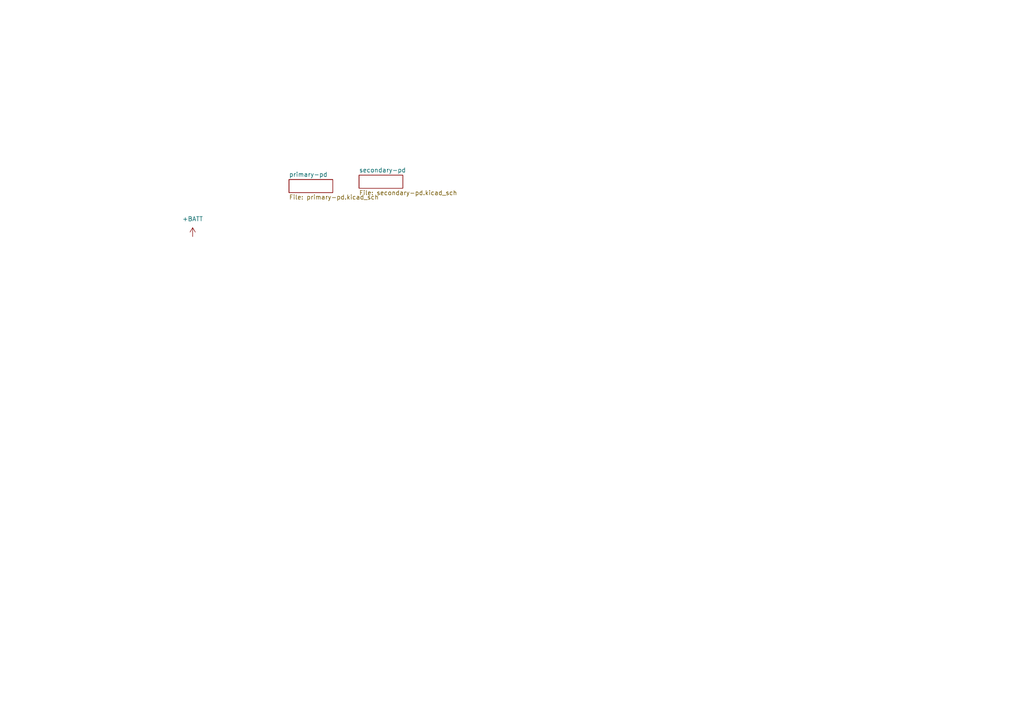
<source format=kicad_sch>
(kicad_sch (version 20231120) (generator "eeschema") (generator_version "8.0")
  (paper "A4")
  (title_block (title "Power Distribution") (date "2024-05-12") (rev "A") (company "Rover to Mars (R2M)") (comment 1 "Leandro Ebner") (comment 3 "Ravensburg-Weingarten University"))
  (lib_symbols
    (symbol "power:+BATT" (power) (pin_numbers hide) (pin_names (offset 0) hide)
      (property "Value" "+BATT" (at 0 3.556 0))
      (symbol "+BATT_0_1"
        (polyline (pts (xy -0.762 1.27) (xy 0 2.54)))
        (polyline (pts (xy 0 0) (xy 0 2.54)))
        (polyline (pts (xy 0 2.54) (xy 0.762 1.27)))
      )
      (symbol "+BATT_1_1"
        (pin power_in line (at 0 0 90) (length 0) (name "~") (number "1"))
      )
    )
  )
  (symbol (lib_id "power:+BATT") (at 55.88 68.58 0) (unit 1)
    (property "Reference" "#PWR01" (effects (hide yes)))
    (property "Value" "+BATT" (at 55.88 63.5 0))
    (property "Description" "Power symbol creates a global label with name \"+BATT\"" (effects (hide yes)))
  )
  (sheet (at 83.82 52.07) (size 12.7 3.81) (stroke (width 0.1524))
    (property "Sheetname" "primary-pd" (at 83.82 51.3584 0) (effects (justify left bottom)))
    (property "Sheetfile" "primary-pd.kicad_sch" (at 83.82 56.4646 0) (effects (justify left top)))
  )
  (sheet (at 104.14 50.8) (size 12.7 3.81) (stroke (width 0.1524))
    (property "Sheetname" "secondary-pd" (at 104.14 50.0884 0) (effects (justify left bottom)))
    (property "Sheetfile" "secondary-pd.kicad_sch" (at 104.14 55.1946 0) (effects (justify left top)))
  )
)
</source>
